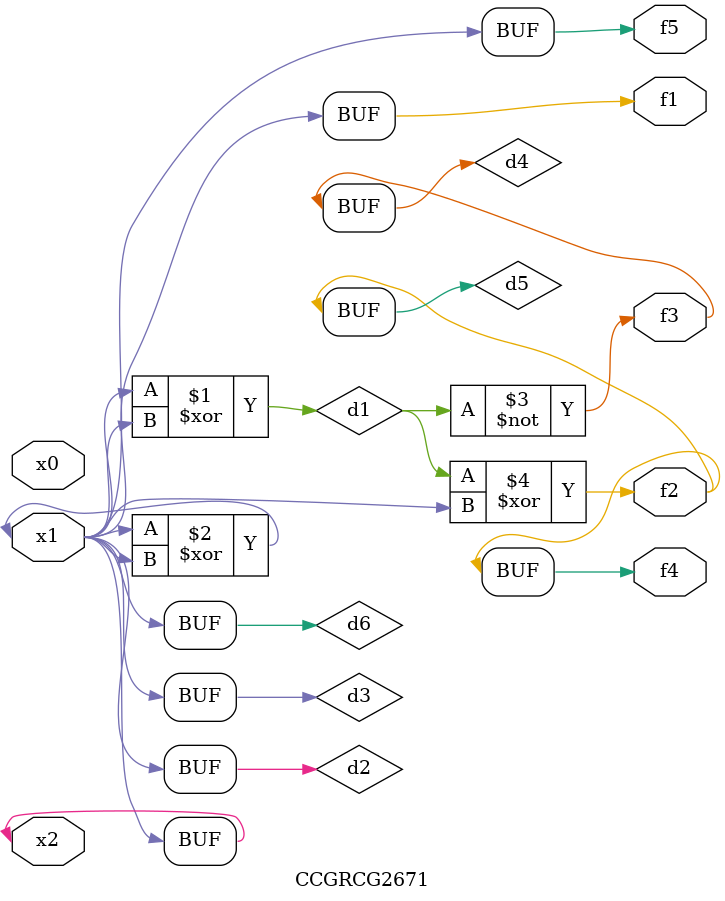
<source format=v>
module CCGRCG2671(
	input x0, x1, x2,
	output f1, f2, f3, f4, f5
);

	wire d1, d2, d3, d4, d5, d6;

	xor (d1, x1, x2);
	buf (d2, x1, x2);
	xor (d3, x1, x2);
	nor (d4, d1);
	xor (d5, d1, d2);
	buf (d6, d2, d3);
	assign f1 = d6;
	assign f2 = d5;
	assign f3 = d4;
	assign f4 = d5;
	assign f5 = d6;
endmodule

</source>
